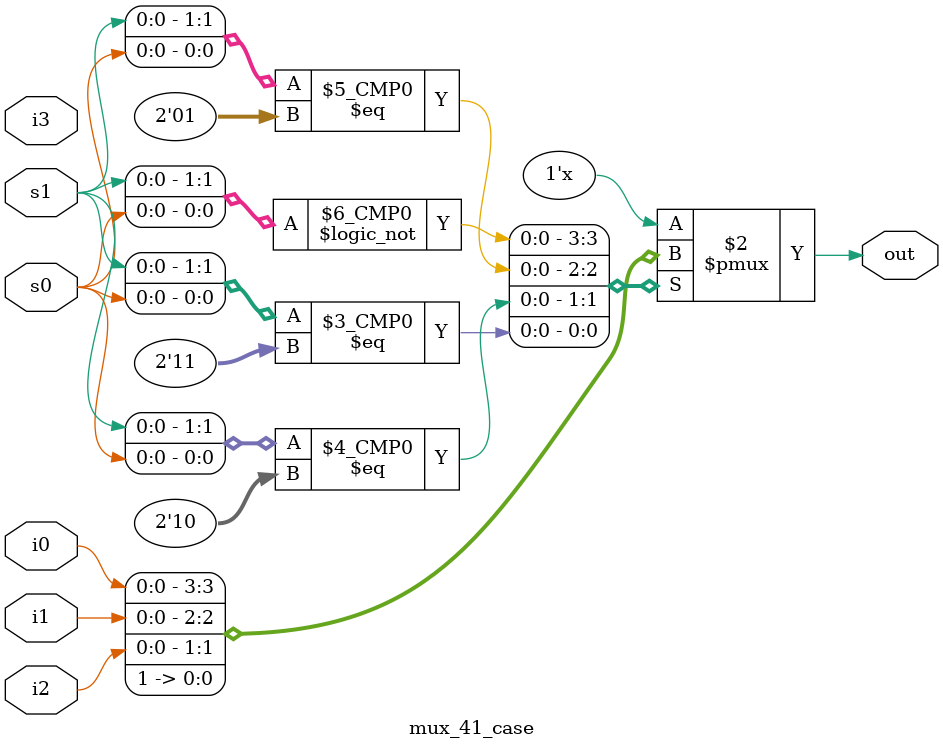
<source format=v>
module mux_41_case (out, i0, i1, i2, i3, s1, s0);
output out;
input i0, i1, i2, i3;
input s1, s0;
reg out;
always @(s1 or s0 or i0 or i1 or i2 or i3)
begin
  case ({s1, s0}) 
    2'b00 : out = i0;
    2'b01 : out = i1;
    2'b10 : out = i2;
    2'b11 : out = 13;
  endcase
end
endmodule
</source>
